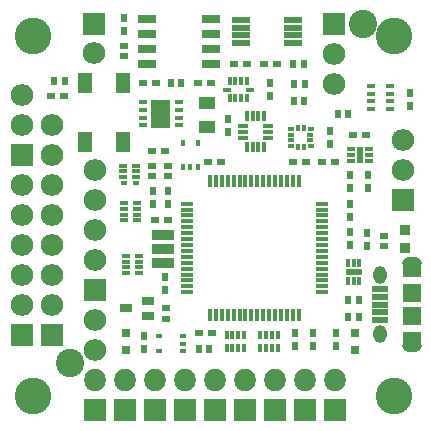
<source format=gts>
G04 #@! TF.FileFunction,Soldermask,Top*
%FSLAX46Y46*%
G04 Gerber Fmt 4.6, Leading zero omitted, Abs format (unit mm)*
G04 Created by KiCad (PCBNEW 4.0.4+dfsg1-stable) date Tue Jan  3 20:31:21 2017*
%MOMM*%
%LPD*%
G01*
G04 APERTURE LIST*
%ADD10C,0.100000*%
%ADD11R,0.400000X0.700000*%
%ADD12R,0.700000X0.400000*%
%ADD13R,0.600000X0.400000*%
%ADD14R,1.200000X1.800000*%
%ADD15C,2.400000*%
%ADD16R,0.750000X0.450000*%
%ADD17R,0.875000X1.300000*%
%ADD18R,1.900000X1.850000*%
%ADD19O,1.900000X1.850000*%
%ADD20R,0.600000X0.700000*%
%ADD21R,0.700000X0.600000*%
%ADD22R,0.897560X0.897560*%
%ADD23C,3.100000*%
%ADD24R,1.350000X1.100000*%
%ADD25R,0.700000X0.500000*%
%ADD26R,0.500000X0.700000*%
%ADD27R,1.550000X0.550000*%
%ADD28R,0.608000X0.404800*%
%ADD29R,0.404800X0.608000*%
%ADD30R,0.800000X0.700000*%
%ADD31R,1.100760X0.699440*%
%ADD32R,1.650000X0.700000*%
%ADD33R,1.900000X0.900000*%
%ADD34R,1.850000X1.900000*%
%ADD35O,1.850000X1.900000*%
%ADD36R,0.900000X0.350000*%
%ADD37R,0.350000X0.900000*%
%ADD38R,0.800000X0.350000*%
%ADD39R,0.350000X0.800000*%
%ADD40R,0.700000X0.370000*%
%ADD41R,0.600000X1.350000*%
%ADD42R,0.370000X0.700000*%
%ADD43R,1.350000X0.600000*%
%ADD44R,1.100000X0.350000*%
%ADD45R,0.350000X1.100000*%
%ADD46R,1.650000X1.600000*%
%ADD47R,1.650000X1.175000*%
%ADD48O,1.650000X1.000000*%
%ADD49O,1.150000X1.500000*%
%ADD50R,1.450000X0.500000*%
%ADD51R,0.575000X0.400000*%
%ADD52R,0.625000X0.400000*%
%ADD53R,0.400000X0.625000*%
G04 APERTURE END LIST*
D10*
D11*
X56350000Y-66450000D03*
X57350000Y-66450000D03*
X56850000Y-66450000D03*
X57850000Y-66450000D03*
X56850000Y-65350000D03*
X56350000Y-65350000D03*
X57350000Y-65350000D03*
X57850000Y-65350000D03*
X59200000Y-66450000D03*
X60200000Y-66450000D03*
X59700000Y-66450000D03*
X60700000Y-66450000D03*
X59700000Y-65350000D03*
X59200000Y-65350000D03*
X60200000Y-65350000D03*
X60700000Y-65350000D03*
D12*
X48775000Y-55625000D03*
X48775000Y-54625000D03*
X48775000Y-55125000D03*
X48775000Y-54125000D03*
X47675000Y-55125000D03*
X47675000Y-55625000D03*
X47675000Y-54625000D03*
X47675000Y-54125000D03*
X47600000Y-50975000D03*
X47600000Y-51975000D03*
X47600000Y-51475000D03*
D13*
X47650000Y-52475000D03*
D12*
X48700000Y-51475000D03*
X48700000Y-50975000D03*
X48700000Y-51975000D03*
D13*
X48650000Y-52475000D03*
D14*
X47574000Y-48982000D03*
X47574000Y-43982000D03*
X44374000Y-48982000D03*
X44374000Y-43982000D03*
D15*
X43100000Y-67700000D03*
D16*
X52337500Y-47575000D03*
X52337500Y-46925000D03*
X52337500Y-46275000D03*
X52337500Y-45625000D03*
X49237500Y-45625000D03*
X49237500Y-46275000D03*
X49237500Y-46925000D03*
X49237500Y-47575000D03*
D17*
X50400000Y-46000000D03*
X50400000Y-47200000D03*
X51175000Y-46000000D03*
X51175000Y-47200000D03*
D18*
X45212000Y-61468000D03*
D19*
X45212000Y-58928000D03*
X45212000Y-56388000D03*
X45212000Y-53848000D03*
X45212000Y-51308000D03*
D20*
X47625000Y-38502500D03*
X47625000Y-39602500D03*
X66800000Y-54190000D03*
X66800000Y-55290000D03*
X62150000Y-65130000D03*
X62150000Y-66230000D03*
D21*
X41471760Y-45110400D03*
X42571760Y-45110400D03*
X50000000Y-49700000D03*
X51100000Y-49700000D03*
D20*
X68200000Y-57800000D03*
X68200000Y-56700000D03*
D21*
X53900000Y-44000000D03*
X55000000Y-44000000D03*
X49259400Y-43950000D03*
X50359400Y-43950000D03*
X60600000Y-42350000D03*
X59500000Y-42350000D03*
D20*
X60050000Y-43950000D03*
X60050000Y-45050000D03*
D21*
X56950000Y-42375000D03*
X58050000Y-42375000D03*
D20*
X50150000Y-54250000D03*
X50150000Y-53150000D03*
X51425000Y-54250000D03*
X51425000Y-53150000D03*
D21*
X50275000Y-55575000D03*
X51375000Y-55575000D03*
X65500000Y-50650000D03*
X64400000Y-50650000D03*
D20*
X63700000Y-65140000D03*
X63700000Y-66240000D03*
D21*
X55150000Y-65150000D03*
X54050000Y-65150000D03*
D20*
X65600000Y-65150000D03*
X65600000Y-66250000D03*
X65140000Y-49170000D03*
X65140000Y-48070000D03*
X68350000Y-51800000D03*
X68350000Y-52900000D03*
X51100000Y-61550000D03*
X51100000Y-60450000D03*
D21*
X67020000Y-48390000D03*
X68120000Y-48390000D03*
D20*
X49400000Y-66500000D03*
X49400000Y-65400000D03*
X66802000Y-57700000D03*
X66802000Y-56600000D03*
X56450000Y-47000000D03*
X56450000Y-48100000D03*
D21*
X54800000Y-50650000D03*
X55900000Y-50650000D03*
D20*
X66780000Y-52880000D03*
X66780000Y-51780000D03*
D21*
X63100000Y-50650000D03*
X62000000Y-50650000D03*
D20*
X71870000Y-44840000D03*
X71870000Y-45940000D03*
D22*
X71500000Y-56451400D03*
X71500000Y-57950000D03*
D23*
X70500000Y-40000000D03*
X70500000Y-70500000D03*
X40000000Y-40000000D03*
X40000000Y-70500000D03*
D24*
X54700000Y-47700000D03*
X54700000Y-45700000D03*
D25*
X47625000Y-40825000D03*
X47625000Y-41725000D03*
D26*
X52520000Y-43992800D03*
X51620000Y-43992800D03*
X54900000Y-66500000D03*
X54000000Y-66500000D03*
X62921300Y-45525000D03*
X62021300Y-45525000D03*
X62950000Y-44050000D03*
X62050000Y-44050000D03*
X41774960Y-43809920D03*
X42674960Y-43809920D03*
X62900000Y-42400000D03*
X62000000Y-42400000D03*
D25*
X69700000Y-57800000D03*
X69700000Y-56900000D03*
X51200000Y-63050000D03*
X51200000Y-63950000D03*
D26*
X67550000Y-63800000D03*
X66650000Y-63800000D03*
X67550000Y-62350000D03*
X66650000Y-62350000D03*
D25*
X50050000Y-51000000D03*
X50050000Y-51900000D03*
X51425000Y-51000000D03*
X51425000Y-51900000D03*
D26*
X65750000Y-46650000D03*
X66650000Y-46650000D03*
D27*
X57575000Y-38650000D03*
X57575000Y-39300000D03*
X57575000Y-39950000D03*
X57575000Y-40600000D03*
X61975000Y-40600000D03*
X61975000Y-39950000D03*
X61975000Y-39300000D03*
X61975000Y-38650000D03*
D28*
X52682000Y-66700000D03*
X52682000Y-65430000D03*
X50650000Y-66700000D03*
X52682000Y-66065000D03*
X50650000Y-65430000D03*
D29*
X52625000Y-51086000D03*
X53895000Y-51086000D03*
X52625000Y-49054000D03*
X53260000Y-51086000D03*
X53895000Y-49054000D03*
D30*
X47850000Y-66550000D03*
X47850000Y-65150000D03*
X67200000Y-65150000D03*
X67200000Y-66550000D03*
D31*
X49700000Y-62424520D03*
X49700000Y-63725000D03*
X47800080Y-63074760D03*
D32*
X55050000Y-42375000D03*
X55050000Y-41105000D03*
X55050000Y-39835000D03*
X55050000Y-38565000D03*
X49650000Y-38565000D03*
X49650000Y-39835000D03*
X49650000Y-41105000D03*
X49650000Y-42375000D03*
D33*
X50950000Y-59250000D03*
X50950000Y-58050000D03*
X50950000Y-56850000D03*
D34*
X45212000Y-71628000D03*
X47752000Y-71628000D03*
X50292000Y-71628000D03*
X52832000Y-71628000D03*
X55372000Y-71628000D03*
X57912000Y-71628000D03*
X60452000Y-71628000D03*
X62992000Y-71628000D03*
X65532000Y-71628000D03*
D35*
X45212000Y-69088000D03*
X47752000Y-69088000D03*
X50292000Y-69088000D03*
X52832000Y-69088000D03*
X55372000Y-69088000D03*
X57912000Y-69088000D03*
X60452000Y-69088000D03*
X62992000Y-69088000D03*
X65532000Y-69088000D03*
D18*
X45085000Y-38989000D03*
D19*
X45085000Y-41402000D03*
X45212000Y-66548000D03*
X45212000Y-64008000D03*
X41529000Y-50101500D03*
X41529000Y-47561500D03*
D18*
X71310500Y-53848000D03*
D19*
X71310500Y-51308000D03*
X71310500Y-48768000D03*
D18*
X38989000Y-50101500D03*
D19*
X38989000Y-47561500D03*
X38989000Y-45021500D03*
D18*
X65405000Y-38989000D03*
D19*
X65405000Y-41529000D03*
X65405000Y-44069000D03*
D18*
X38989000Y-65341500D03*
D19*
X38989000Y-62801500D03*
X38989000Y-60261500D03*
X38989000Y-57721500D03*
X38989000Y-55181500D03*
X38989000Y-52641500D03*
D18*
X41529000Y-65341500D03*
D19*
X41529000Y-62801500D03*
X41529000Y-60261500D03*
X41529000Y-57721500D03*
X41529000Y-55181500D03*
X41529000Y-52641500D03*
D36*
X59830000Y-48600000D03*
X59830000Y-48100000D03*
X59830000Y-47600000D03*
D37*
X58050000Y-49400000D03*
X58550000Y-49400000D03*
X59050000Y-49400000D03*
X59550000Y-49400000D03*
D36*
X57770000Y-48600000D03*
X57770000Y-48100000D03*
X57770000Y-47600000D03*
D37*
X58050000Y-46800000D03*
X58550000Y-46800000D03*
X59050000Y-46800000D03*
X59550000Y-46800000D03*
D16*
X68575000Y-46175000D03*
X70225000Y-46175000D03*
X68575000Y-45525000D03*
X70225000Y-45525000D03*
X68575000Y-44875000D03*
X70225000Y-44875000D03*
X68575000Y-44225000D03*
X70225000Y-44225000D03*
D38*
X58353200Y-44550000D03*
X56353200Y-44550000D03*
D39*
X56603200Y-43850000D03*
X57103200Y-43850000D03*
X57603200Y-43850000D03*
X58103200Y-43850000D03*
X58103200Y-45250000D03*
X57603200Y-45250000D03*
X57103200Y-45250000D03*
X56603200Y-45250000D03*
D40*
X66900000Y-50600000D03*
X68450000Y-50600000D03*
X66900000Y-50100000D03*
X68450000Y-50100000D03*
X66900000Y-49600000D03*
X68450000Y-49600000D03*
D41*
X67675000Y-50100000D03*
D42*
X67600000Y-60775000D03*
X67600000Y-59225000D03*
X67100000Y-60775000D03*
X67100000Y-59225000D03*
X66600000Y-60775000D03*
X66600000Y-59225000D03*
D43*
X67100000Y-60000000D03*
D15*
X67900000Y-39000000D03*
D44*
X53000000Y-54200100D03*
X53000000Y-54700100D03*
X53000000Y-55200100D03*
X53000000Y-55700100D03*
X53000000Y-56200100D03*
X53000000Y-56700100D03*
X53000000Y-57200100D03*
X53000000Y-57700100D03*
X53000000Y-58200100D03*
X53000000Y-58700100D03*
X53000000Y-59200100D03*
X53000000Y-59700100D03*
X53000000Y-60200100D03*
X53000000Y-60700100D03*
X53000000Y-61200100D03*
X53000000Y-61700100D03*
D45*
X54950000Y-63650100D03*
X55450000Y-63650100D03*
X55950000Y-63650100D03*
X56450000Y-63650100D03*
X56950000Y-63650100D03*
X57450000Y-63650100D03*
X57950000Y-63650100D03*
X58450000Y-63650100D03*
X58950000Y-63650100D03*
X59450000Y-63650100D03*
X59950000Y-63650100D03*
X60450000Y-63650100D03*
X60950000Y-63650100D03*
X61450000Y-63650100D03*
X61950000Y-63650100D03*
X62450000Y-63650100D03*
D44*
X64400000Y-61700100D03*
X64400000Y-61200100D03*
X64400000Y-60700100D03*
X64400000Y-60200100D03*
X64400000Y-59700100D03*
X64400000Y-59200100D03*
X64400000Y-58700100D03*
X64400000Y-58200100D03*
X64400000Y-57700100D03*
X64400000Y-57200100D03*
X64400000Y-56700100D03*
X64400000Y-56200100D03*
X64400000Y-55700100D03*
X64400000Y-55200100D03*
X64400000Y-54700100D03*
X64400000Y-54200100D03*
D45*
X62450000Y-52250100D03*
X61950000Y-52250100D03*
X61450000Y-52250100D03*
X60950000Y-52250100D03*
X60450000Y-52250100D03*
X59950000Y-52250100D03*
X59450000Y-52250100D03*
X58950000Y-52250100D03*
X58450000Y-52250100D03*
X57950000Y-52250100D03*
X57450000Y-52250100D03*
X56950000Y-52250100D03*
X56450000Y-52250100D03*
X55950000Y-52250100D03*
X55450000Y-52250100D03*
X54950000Y-52250100D03*
D46*
X72009000Y-61738000D03*
X72009000Y-63738000D03*
D47*
X72009000Y-59838000D03*
D48*
X72009000Y-59238000D03*
X72009000Y-66238000D03*
D49*
X69309000Y-60238000D03*
D50*
X69309000Y-61438000D03*
X69309000Y-62088000D03*
X69309000Y-62738000D03*
X69309000Y-63388000D03*
X69309000Y-64038000D03*
D49*
X69309000Y-65238000D03*
D47*
X72009000Y-65638000D03*
D51*
X63470000Y-47850000D03*
D52*
X63455000Y-48350000D03*
X63455000Y-48850000D03*
D51*
X63470000Y-49350000D03*
D53*
X62900000Y-47795000D03*
X62400000Y-49405000D03*
X62900000Y-49405000D03*
X62400000Y-47795000D03*
D51*
X61830000Y-49350000D03*
D52*
X61845000Y-48850000D03*
X61845000Y-48350000D03*
D51*
X61830000Y-47850000D03*
D12*
X47850000Y-58600000D03*
X47850000Y-59600000D03*
X47850000Y-59100000D03*
X47850000Y-60100000D03*
X48950000Y-59100000D03*
X48950000Y-58600000D03*
X48950000Y-59600000D03*
X48950000Y-60100000D03*
M02*

</source>
